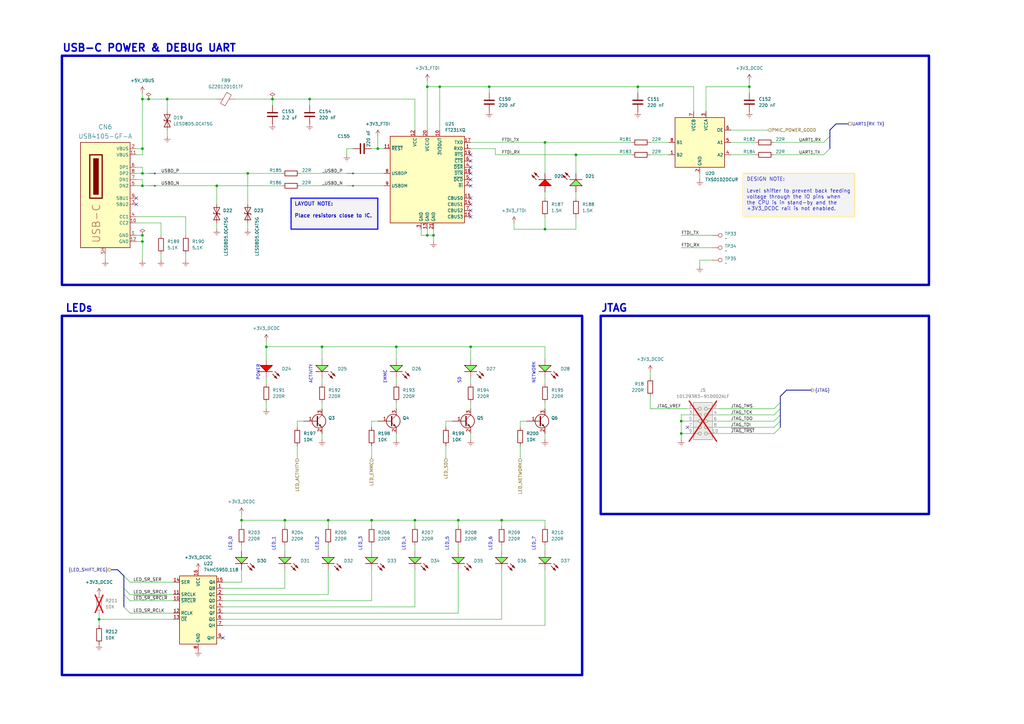
<source format=kicad_sch>
(kicad_sch (version 20250114) (generator "eeschema") (generator_version "9.0")
  (paper "A3")
  (title_block (title "i.MX6 Demo Board") (date "2026-02-16") (rev "01") (company "ts-manuel"))
  (bus_alias "LED_SHIFT_REG" (members "LED_SR_SRCLK" "LED_SR_SER" "~{LED_SR_SRCLR}" "LED_SR_RCLK"))
  (rectangle (start 246.38 129.54) (end 381 210.82) (stroke (width 1)))
  (rectangle (start 25.4 22.86) (end 381 116.84) (stroke (width 1)))
  (rectangle (start 25.4 129.54) (end 238.76 276.86) (stroke (width 1)))
  (text "EMMC" (at 158.75 157.3022 90) (effects (font (size 1.27 1.27)) (justify left bottom)))
  (text "LED_5" (at 184.15 225.8822 90) (effects (font (size 1.27 1.27)) (justify left bottom)))
  (text "LEDs" (at 26.67 128.27 0) (effects (font (size 3.048 3.048) (bold yes)) (justify left bottom)))
  (text "ACTIVITY" (at 128.27 157.3022 90) (effects (font (size 1.27 1.27)) (justify left bottom)))
  (text "NETWORK" (at 219.71 157.3022 90) (effects (font (size 1.27 1.27)) (justify left bottom)))
  (text "LED_2" (at 130.81 225.8822 90) (effects (font (size 1.27 1.27)) (justify left bottom)))
  (text "LED_6" (at 201.93 225.8822 90) (effects (font (size 1.27 1.27)) (justify left bottom)))
  (text "LED_1" (at 113.03 225.8822 90) (effects (font (size 1.27 1.27)) (justify left bottom)))
  (text "SD" (at 189.23 157.3022 90) (effects (font (size 1.27 1.27)) (justify left bottom)))
  (text "POWER" (at 106.68 156.0322 90) (effects (font (size 1.27 1.27)) (justify left bottom)))
  (text "USB-C POWER & DEBUG UART" (at 25.4 21.59 0) (effects (font (size 3.048 3.048) (bold yes)) (justify left bottom)))
  (text "LED_0" (at 95.25 225.8822 90) (effects (font (size 1.27 1.27)) (justify left bottom)))
  (text "LED_4" (at 166.37 225.8822 90) (effects (font (size 1.27 1.27)) (justify left bottom)))
  (text "JTAG" (at 246.38 128.27 0) (effects (font (size 3.048 3.048) (bold yes)) (justify left bottom)))
  (text "LED_3" (at 148.59 225.8822 90) (effects (font (size 1.27 1.27)) (justify left bottom)))
  (text "LED_7" (at 219.71 225.8822 90) (effects (font (size 1.27 1.27)) (justify left bottom)))
  (text_box "LAYOUT NOTE:\n\nPlace resistors close to IC." (at 119.38 81.28 0) (size 35.56 12.7) (margins 1.375 1.375 1.375 1.375) (stroke (width 0.5) (color 0 0 255 1)) (fill (type color) (color 243 243 243 1)) (effects (font (size 1.5 1.5) (thickness 0.254) (bold yes)) (justify left top)))
  (text_box "DESIGN NOTE:\n\nLevel shifter to prevent back feeding voltage through the IO pins when the CPU is in stand-by and the +3V3_DCDC rail is not enabled." (at 304.8 71.12 0) (size 45.72 17.78) (margins 1.375 1.375 1.375 1.375) (stroke (width 0.5) (color 255 229 153 1)) (fill (type color) (color 243 243 243 1)) (effects (font (size 1.5 1.5)) (justify left top)))
  (junction (at 58.42 99.06))
  (junction (at 177.8 96.52))
  (junction (at 58.42 71.12))
  (junction (at 88.9 76.2))
  (junction (at 40.64 254))
  (junction (at 111.76 40.64))
  (junction (at 127 40.64))
  (junction (at 101.6 71.12))
  (junction (at 109.22 142.24))
  (junction (at 223.52 58.42))
  (junction (at 279.4 172.72))
  (junction (at 58.42 40.64))
  (junction (at 116.84 213.36))
  (junction (at 180.34 35.56))
  (junction (at 132.08 142.24))
  (junction (at 307.34 35.56))
  (junction (at 58.42 60.96))
  (junction (at 187.96 213.36))
  (junction (at 152.4 213.36))
  (junction (at 205.74 213.36))
  (junction (at 175.26 96.52))
  (junction (at 60.96 40.64))
  (junction (at 223.52 93.98))
  (junction (at 58.42 96.52))
  (junction (at 68.58 40.64))
  (junction (at 99.06 213.36))
  (junction (at 170.18 213.36))
  (junction (at 200.66 35.56))
  (junction (at 162.56 142.24))
  (junction (at 236.22 63.5))
  (junction (at 279.4 177.8))
  (junction (at 175.26 35.56))
  (junction (at 58.42 76.2))
  (junction (at 261.62 35.56))
  (junction (at 134.62 213.36))
  (junction (at 154.94 60.96))
  (junction (at 193.04 142.24))
  (no_connect (at 193.04 73.66))
  (no_connect (at 281.94 175.26))
  (no_connect (at 193.04 76.2))
  (no_connect (at 193.04 83.82))
  (no_connect (at 55.88 81.28))
  (no_connect (at 193.04 71.12))
  (no_connect (at 91.44 261.62))
  (no_connect (at 193.04 88.9))
  (no_connect (at 193.04 63.5))
  (no_connect (at 193.04 81.28))
  (no_connect (at 193.04 66.04))
  (no_connect (at 193.04 86.36))
  (no_connect (at 55.88 83.82))
  (no_connect (at 193.04 68.58))
  (bus_entry (at 317.5 167.64) (size 2.54 -2.54))
  (bus_entry (at 337.82 63.5) (size 2.54 -2.54))
  (bus_entry (at 317.5 175.26) (size 2.54 -2.54))
  (bus_entry (at 50.8 243.84) (size 2.54 2.54))
  (bus_entry (at 317.5 172.72) (size 2.54 -2.54))
  (bus_entry (at 317.5 170.18) (size 2.54 -2.54))
  (bus_entry (at 50.8 248.92) (size 2.54 2.54))
  (bus_entry (at 317.5 177.8) (size 2.54 -2.54))
  (bus_entry (at 337.82 58.42) (size 2.54 -2.54))
  (bus_entry (at 50.8 236.22) (size 2.54 2.54))
  (bus_entry (at 50.8 241.3) (size 2.54 2.54))
  (wire (pts (xy 170.18 233.68) (xy 170.18 248.92)))
  (wire (pts (xy 292.1 101.6) (xy 279.4 101.6)))
  (bus (pts (xy 50.8 236.22) (xy 50.8 241.3)))
  (bus (pts (xy 320.04 172.72) (xy 320.04 170.18)))
  (wire (pts (xy 68.58 40.64) (xy 68.58 45.72)))
  (wire (pts (xy 162.56 142.24) (xy 193.04 142.24)))
  (wire (pts (xy 223.52 154.94) (xy 223.52 157.48)))
  (wire (pts (xy 68.58 40.64) (xy 88.9 40.64)))
  (wire (pts (xy 172.72 93.98) (xy 172.72 96.52)))
  (wire (pts (xy 121.92 187.96) (xy 121.92 182.88)))
  (wire (pts (xy 55.88 68.58) (xy 58.42 68.58)))
  (wire (pts (xy 55.88 60.96) (xy 58.42 60.96)))
  (wire (pts (xy 152.4 187.96) (xy 152.4 182.88)))
  (wire (pts (xy 187.96 213.36) (xy 187.96 215.9)))
  (wire (pts (xy 53.34 243.84) (xy 71.12 243.84)))
  (wire (pts (xy 187.96 223.52) (xy 187.96 226.06)))
  (wire (pts (xy 154.94 60.96) (xy 157.48 60.96)))
  (wire (pts (xy 170.18 223.52) (xy 170.18 226.06)))
  (wire (pts (xy 55.88 99.06) (xy 58.42 99.06)))
  (wire (pts (xy 55.88 71.12) (xy 58.42 71.12)))
  (wire (pts (xy 99.06 233.68) (xy 99.06 238.76)))
  (wire (pts (xy 317.5 58.42) (xy 337.82 58.42)))
  (wire (pts (xy 193.04 165.1) (xy 193.04 167.64)))
  (wire (pts (xy 58.42 99.06) (xy 58.42 106.68)))
  (wire (pts (xy 134.62 213.36) (xy 152.4 213.36)))
  (wire (pts (xy 40.64 254) (xy 71.12 254)))
  (wire (pts (xy 116.84 213.36) (xy 116.84 215.9)))
  (wire (pts (xy 236.22 88.9) (xy 236.22 93.98)))
  (wire (pts (xy 121.92 172.72) (xy 124.46 172.72)))
  (wire (pts (xy 58.42 76.2) (xy 88.9 76.2)))
  (wire (pts (xy 193.04 60.96) (xy 203.2 60.96)))
  (wire (pts (xy 154.94 55.88) (xy 154.94 60.96)))
  (wire (pts (xy 88.9 76.2) (xy 88.9 83.82)))
  (wire (pts (xy 91.44 238.76) (xy 99.06 238.76)))
  (wire (pts (xy 177.8 93.98) (xy 177.8 96.52)))
  (wire (pts (xy 127 40.64) (xy 170.18 40.64)))
  (wire (pts (xy 236.22 63.5) (xy 236.22 71.12)))
  (wire (pts (xy 127 40.64) (xy 127 43.18)))
  (wire (pts (xy 279.4 172.72) (xy 281.94 172.72)))
  (wire (pts (xy 193.04 142.24) (xy 193.04 147.32)))
  (wire (pts (xy 175.26 93.98) (xy 175.26 96.52)))
  (bus (pts (xy 320.04 175.26) (xy 320.04 172.72)))
  (wire (pts (xy 91.44 246.38) (xy 152.4 246.38)))
  (wire (pts (xy 223.52 58.42) (xy 223.52 71.12)))
  (wire (pts (xy 116.84 223.52) (xy 116.84 226.06)))
  (wire (pts (xy 213.36 172.72) (xy 215.9 172.72)))
  (bus (pts (xy 50.8 236.22) (xy 48.26 233.68)))
  (wire (pts (xy 152.4 172.72) (xy 154.94 172.72)))
  (wire (pts (xy 170.18 213.36) (xy 187.96 213.36)))
  (wire (pts (xy 177.8 96.52) (xy 177.8 99.06)))
  (wire (pts (xy 289.56 35.56) (xy 289.56 45.72)))
  (wire (pts (xy 99.06 210.82) (xy 99.06 213.36)))
  (wire (pts (xy 76.2 106.68) (xy 76.2 104.14)))
  (wire (pts (xy 187.96 233.68) (xy 187.96 251.46)))
  (wire (pts (xy 43.18 106.68) (xy 43.18 104.14)))
  (wire (pts (xy 91.44 241.3) (xy 116.84 241.3)))
  (wire (pts (xy 205.74 213.36) (xy 223.52 213.36)))
  (wire (pts (xy 162.56 142.24) (xy 162.56 147.32)))
  (wire (pts (xy 91.44 248.92) (xy 170.18 248.92)))
  (wire (pts (xy 152.4 213.36) (xy 152.4 215.9)))
  (wire (pts (xy 132.08 142.24) (xy 132.08 147.32)))
  (wire (pts (xy 76.2 88.9) (xy 76.2 96.52)))
  (bus (pts (xy 320.04 170.18) (xy 320.04 167.64)))
  (wire (pts (xy 223.52 213.36) (xy 223.52 215.9)))
  (wire (pts (xy 116.84 213.36) (xy 134.62 213.36)))
  (wire (pts (xy 213.36 172.72) (xy 213.36 175.26)))
  (bus (pts (xy 320.04 165.1) (xy 320.04 162.56)))
  (wire (pts (xy 223.52 165.1) (xy 223.52 167.64)))
  (wire (pts (xy 58.42 40.64) (xy 60.96 40.64)))
  (wire (pts (xy 109.22 165.1) (xy 109.22 167.64)))
  (wire (pts (xy 58.42 40.64) (xy 58.42 60.96)))
  (wire (pts (xy 279.4 170.18) (xy 281.94 170.18)))
  (wire (pts (xy 121.92 172.72) (xy 121.92 175.26)))
  (wire (pts (xy 175.26 35.56) (xy 180.34 35.56)))
  (wire (pts (xy 132.08 165.1) (xy 132.08 167.64)))
  (wire (pts (xy 88.9 93.98) (xy 88.9 91.44)))
  (wire (pts (xy 294.64 177.8) (xy 317.5 177.8)))
  (wire (pts (xy 175.26 35.56) (xy 175.26 53.34)))
  (wire (pts (xy 134.62 213.36) (xy 134.62 215.9)))
  (wire (pts (xy 101.6 71.12) (xy 101.6 83.82)))
  (wire (pts (xy 299.72 53.34) (xy 314.96 53.34)))
  (wire (pts (xy 279.4 172.72) (xy 279.4 177.8)))
  (wire (pts (xy 175.26 96.52) (xy 177.8 96.52)))
  (wire (pts (xy 279.4 177.8) (xy 279.4 180.34)))
  (wire (pts (xy 299.72 58.42) (xy 309.88 58.42)))
  (wire (pts (xy 66.04 91.44) (xy 66.04 96.52)))
  (bus (pts (xy 320.04 167.64) (xy 320.04 165.1)))
  (wire (pts (xy 279.4 170.18) (xy 279.4 172.72)))
  (wire (pts (xy 132.08 142.24) (xy 162.56 142.24)))
  (wire (pts (xy 123.19 71.12) (xy 157.48 71.12)))
  (wire (pts (xy 203.2 63.5) (xy 203.2 60.96)))
  (wire (pts (xy 294.64 167.64) (xy 317.5 167.64)))
  (wire (pts (xy 307.34 33.02) (xy 307.34 35.56)))
  (wire (pts (xy 203.2 63.5) (xy 236.22 63.5)))
  (wire (pts (xy 152.4 223.52) (xy 152.4 226.06)))
  (wire (pts (xy 223.52 81.28) (xy 223.52 78.74)))
  (wire (pts (xy 152.4 60.96) (xy 154.94 60.96)))
  (wire (pts (xy 187.96 213.36) (xy 205.74 213.36)))
  (wire (pts (xy 266.7 162.56) (xy 266.7 167.64)))
  (wire (pts (xy 223.52 142.24) (xy 223.52 147.32)))
  (wire (pts (xy 213.36 187.96) (xy 213.36 182.88)))
  (wire (pts (xy 55.88 73.66) (xy 58.42 73.66)))
  (wire (pts (xy 223.52 93.98) (xy 236.22 93.98)))
  (wire (pts (xy 142.24 60.96) (xy 144.78 60.96)))
  (wire (pts (xy 132.08 154.94) (xy 132.08 157.48)))
  (bus (pts (xy 50.8 243.84) (xy 50.8 248.92)))
  (bus (pts (xy 320.04 162.56) (xy 322.58 160.02)))
  (wire (pts (xy 66.04 106.68) (xy 66.04 104.14)))
  (wire (pts (xy 40.64 251.46) (xy 40.64 254)))
  (wire (pts (xy 40.64 254) (xy 40.64 256.54)))
  (wire (pts (xy 134.62 223.52) (xy 134.62 226.06)))
  (wire (pts (xy 58.42 96.52) (xy 58.42 99.06)))
  (wire (pts (xy 223.52 58.42) (xy 259.08 58.42)))
  (wire (pts (xy 200.66 35.56) (xy 261.62 35.56)))
  (wire (pts (xy 170.18 213.36) (xy 170.18 215.9)))
  (wire (pts (xy 236.22 63.5) (xy 259.08 63.5)))
  (wire (pts (xy 266.7 63.5) (xy 274.32 63.5)))
  (wire (pts (xy 152.4 213.36) (xy 170.18 213.36)))
  (wire (pts (xy 205.74 223.52) (xy 205.74 226.06)))
  (wire (pts (xy 223.52 223.52) (xy 223.52 226.06)))
  (wire (pts (xy 109.22 142.24) (xy 109.22 147.32)))
  (wire (pts (xy 182.88 187.96) (xy 182.88 182.88)))
  (wire (pts (xy 180.34 35.56) (xy 180.34 53.34)))
  (wire (pts (xy 58.42 68.58) (xy 58.42 71.12)))
  (wire (pts (xy 116.84 233.68) (xy 116.84 241.3)))
  (wire (pts (xy 58.42 38.1) (xy 58.42 40.64)))
  (wire (pts (xy 307.34 35.56) (xy 307.34 38.1)))
  (wire (pts (xy 292.1 96.52) (xy 279.4 96.52)))
  (wire (pts (xy 180.34 35.56) (xy 200.66 35.56)))
  (wire (pts (xy 55.88 96.52) (xy 58.42 96.52)))
  (wire (pts (xy 223.52 233.68) (xy 223.52 256.54)))
  (wire (pts (xy 134.62 233.68) (xy 134.62 243.84)))
  (wire (pts (xy 109.22 139.7) (xy 109.22 142.24)))
  (wire (pts (xy 53.34 251.46) (xy 71.12 251.46)))
  (wire (pts (xy 289.56 35.56) (xy 307.34 35.56)))
  (wire (pts (xy 170.18 40.64) (xy 170.18 53.34)))
  (wire (pts (xy 279.4 177.8) (xy 281.94 177.8)))
  (wire (pts (xy 58.42 73.66) (xy 58.42 76.2)))
  (wire (pts (xy 111.76 40.64) (xy 127 40.64)))
  (wire (pts (xy 294.64 172.72) (xy 317.5 172.72)))
  (wire (pts (xy 109.22 154.94) (xy 109.22 157.48)))
  (bus (pts (xy 340.36 53.34) (xy 340.36 55.88)))
  (wire (pts (xy 162.56 165.1) (xy 162.56 167.64)))
  (wire (pts (xy 132.08 177.8) (xy 132.08 180.34)))
  (bus (pts (xy 342.9 50.8) (xy 340.36 53.34)))
  (wire (pts (xy 101.6 71.12) (xy 115.57 71.12)))
  (wire (pts (xy 294.64 175.26) (xy 317.5 175.26)))
  (wire (pts (xy 60.96 40.64) (xy 68.58 40.64)))
  (wire (pts (xy 88.9 76.2) (xy 115.57 76.2)))
  (wire (pts (xy 53.34 246.38) (xy 71.12 246.38)))
  (wire (pts (xy 162.56 154.94) (xy 162.56 157.48)))
  (wire (pts (xy 162.56 177.8) (xy 162.56 180.34)))
  (wire (pts (xy 287.02 71.12) (xy 287.02 73.66)))
  (wire (pts (xy 58.42 71.12) (xy 101.6 71.12)))
  (wire (pts (xy 223.52 177.8) (xy 223.52 180.34)))
  (wire (pts (xy 175.26 33.02) (xy 175.26 35.56)))
  (wire (pts (xy 193.04 58.42) (xy 223.52 58.42)))
  (wire (pts (xy 68.58 53.34) (xy 68.58 55.88)))
  (wire (pts (xy 99.06 213.36) (xy 116.84 213.36)))
  (wire (pts (xy 266.7 58.42) (xy 274.32 58.42)))
  (wire (pts (xy 53.34 238.76) (xy 71.12 238.76)))
  (wire (pts (xy 142.24 60.96) (xy 142.24 63.5)))
  (wire (pts (xy 96.52 40.64) (xy 111.76 40.64)))
  (wire (pts (xy 205.74 213.36) (xy 205.74 215.9)))
  (bus (pts (xy 322.58 160.02) (xy 332.74 160.02)))
  (wire (pts (xy 123.19 76.2) (xy 157.48 76.2)))
  (wire (pts (xy 193.04 142.24) (xy 223.52 142.24)))
  (wire (pts (xy 101.6 93.98) (xy 101.6 91.44)))
  (wire (pts (xy 91.44 254) (xy 205.74 254)))
  (wire (pts (xy 182.88 172.72) (xy 182.88 175.26)))
  (wire (pts (xy 210.82 91.44) (xy 210.82 93.98)))
  (wire (pts (xy 99.06 213.36) (xy 99.06 215.9)))
  (wire (pts (xy 193.04 154.94) (xy 193.04 157.48)))
  (wire (pts (xy 287.02 106.68) (xy 287.02 109.22)))
  (wire (pts (xy 152.4 172.72) (xy 152.4 175.26)))
  (wire (pts (xy 152.4 233.68) (xy 152.4 246.38)))
  (bus (pts (xy 45.72 233.68) (xy 48.26 233.68)))
  (wire (pts (xy 284.48 35.56) (xy 284.48 45.72)))
  (wire (pts (xy 200.66 35.56) (xy 200.66 38.1)))
  (wire (pts (xy 55.88 63.5) (xy 58.42 63.5)))
  (wire (pts (xy 261.62 35.56) (xy 261.62 38.1)))
  (wire (pts (xy 172.72 96.52) (xy 175.26 96.52)))
  (wire (pts (xy 91.44 256.54) (xy 223.52 256.54)))
  (wire (pts (xy 99.06 223.52) (xy 99.06 226.06)))
  (wire (pts (xy 55.88 88.9) (xy 76.2 88.9)))
  (bus (pts (xy 50.8 241.3) (xy 50.8 243.84)))
  (wire (pts (xy 266.7 167.64) (xy 281.94 167.64)))
  (wire (pts (xy 55.88 91.44) (xy 66.04 91.44)))
  (wire (pts (xy 205.74 233.68) (xy 205.74 254)))
  (wire (pts (xy 55.88 76.2) (xy 58.42 76.2)))
  (wire (pts (xy 261.62 35.56) (xy 284.48 35.56)))
  (wire (pts (xy 266.7 152.4) (xy 266.7 154.94)))
  (wire (pts (xy 109.22 142.24) (xy 132.08 142.24)))
  (wire (pts (xy 317.5 63.5) (xy 337.82 63.5)))
  (wire (pts (xy 182.88 172.72) (xy 185.42 172.72)))
  (wire (pts (xy 287.02 106.68) (xy 292.1 106.68)))
  (wire (pts (xy 111.76 40.64) (xy 111.76 43.18)))
  (bus (pts (xy 342.9 50.8) (xy 347.98 50.8)))
  (wire (pts (xy 294.64 170.18) (xy 317.5 170.18)))
  (wire (pts (xy 193.04 177.8) (xy 193.04 180.34)))
  (wire (pts (xy 58.42 60.96) (xy 58.42 63.5)))
  (wire (pts (xy 299.72 63.5) (xy 309.88 63.5)))
  (wire (pts (xy 91.44 243.84) (xy 134.62 243.84)))
  (wire (pts (xy 91.44 251.46) (xy 187.96 251.46)))
  (wire (pts (xy 236.22 81.28) (xy 236.22 78.74)))
  (wire (pts (xy 210.82 93.98) (xy 223.52 93.98)))
  (bus (pts (xy 340.36 55.88) (xy 340.36 60.96)))
  (wire (pts (xy 223.52 88.9) (xy 223.52 93.98)))
  (label "LED_SR_SRCLK" (at 54.61 243.84 0))
  (label "_USBD_N" (at 132.08 76.2 0))
  (label "USBD_N" (at 66.04 76.2 0))
  (label "UART1.TX" (at 327.66 63.5 0))
  (label "JTAG_TCK" (at 299.72 170.18 0))
  (label "~{JTAG_TRST}" (at 299.72 177.8 0))
  (label "FTDI_RX" (at 279.4 101.6 0))
  (label "LED_SR_SER" (at 54.61 238.76 0))
  (label "FTDI_RX" (at 205.74 63.5 0))
  (label "UART1.RX" (at 327.66 58.42 0))
  (label "~{LED_SR_SRCLR}" (at 54.61 246.38 0))
  (label "LED_SR_RCLK" (at 54.61 251.46 0))
  (label "FTDI_TX" (at 279.4 96.52 0))
  (label "JTAG_VREF" (at 279.4 167.64 180))
  (label "FTDI_TX" (at 205.74 58.42 0))
  (label "_USBD_P" (at 132.08 71.12 0))
  (label "JTAG_TDI" (at 299.72 175.26 0))
  (label "JTAG_TMS" (at 299.72 167.64 0))
  (label "USBD_P" (at 66.04 71.12 0))
  (label "JTAG_TDO" (at 299.72 172.72 0))
  (hierarchical_label "PMIC_POWER_GOOD" (shape input) (at 314.96 53.34 0))
  (hierarchical_label "LED_ACTIVITY" (shape input) (at 121.92 187.96 270))
  (hierarchical_label "{LED_SHIFT_REG}" (shape input) (at 45.72 233.68 180))
  (hierarchical_label "LED_EMMC" (shape input) (at 152.4 187.96 270))
  (hierarchical_label "LED_SD" (shape input) (at 182.88 187.96 270))
  (hierarchical_label "UART1{RX TX}" (shape passive) (at 347.98 50.8 0))
  (hierarchical_label "LED_NETWORK" (shape input) (at 213.36 187.96 270))
  (hierarchical_label "{JTAG}" (shape output) (at 332.74 160.02 0))
  (netclass_flag "" (length 2.54) (shape dot) (at 60.96 76.2 270) (property "Netclass" "USB" (effects (hide yes))))
  (netclass_flag "" (length 2.54) (shape dot) (at 142.24 76.2 270) (property "Netclass" "USB" (effects (hide yes))))
  (netclass_flag "" (length 2.54) (shape dot) (at 142.24 71.12 270) (property "Netclass" "USB" (effects (hide yes))))
  (netclass_flag "" (length 2.54) (shape dot) (at 60.96 71.12 270) (property "Netclass" "USB" (effects (hide yes))))
  (symbol (lib_id "power:GNDREF") (at 43.18 106.68 0) (unit 1)
    (property "Reference" "#PWR0283" (effects (hide yes)))
    (property "Value" "GNDREF" (effects (hide yes)))
    (property "Description" "Power symbol creates a global label with name \"GNDREF\" , reference supply ground" (effects (hide yes)))
  )
  (symbol (lib_id "-- database:Diodes/LED_150060VS75000") (at 223.52 149.86 270) (unit 1)
    (property "Reference" "D28" (at 229.87 151.2569 90) (effects (justify left)))
    (property "Value" "150060VS75000" (effects (hide yes)))
    (property "Footprint" "LED_SMD:LED_0603_1608Metric" (effects (hide yes)))
    (property "Description" "LED SMD 0603 - Green 2V 20mA" (effects (hide yes)))
    (property "Forward Voltage" "2 V" (effects (hide yes)))
    (property "Reverse Voltage" "5 V" (effects (hide yes)))
    (property "DC Current" "20 mA" (effects (hide yes)))
    (property "Manufacturer" "Wurth" (effects (hide yes)))
    (property "MPN" "150060VS75000" (effects (hide yes)))
    (property "Mouser" "710-150060VS75000" (effects (hide yes)))
    (property "LCSC" "C965805" (effects (hide yes)))
    (property "Stock" "6" (effects (hide yes)))
  )
  (symbol (lib_id "-- database:Resistors/RES-SMD-0402-22R-1/16W-1%") (at 119.38 76.2 90) (unit 1)
    (property "Reference" "R186" (at 113.03 74.93 90))
    (property "Value" "22R" (at 125.73 74.93 90))
    (property "Footprint" "ts_Passives:RES-0402" (effects (hide yes)))
    (property "Description" "Thick Film Resistor - SMD 0402 22R 1% 1/16W" (effects (hide yes)))
    (property "Tollerance" "1%" (effects (hide yes)))
    (property "Power" "1/16W" (effects (hide yes)))
    (property "Manufacturer" "Generic" (effects (hide yes)))
    (property "Mouser" "603-RC0402FR-0722RL" (effects (hide yes)))
    (property "LCSC" "C25092" (effects (hide yes)))
    (property "Stock" "0" (effects (hide yes)))
  )
  (symbol (lib_id "-- database:Resistors/RES-SMD-0402-220R-1/16W-1%") (at 205.74 219.71 0) (unit 1)
    (property "Reference" "R209" (at 208.28 218.4399 0) (effects (justify left)))
    (property "Value" "220R" (at 208.28 220.9799 0) (effects (justify left)))
    (property "Footprint" "ts_Passives:RES-0402" (effects (hide yes)))
    (property "Description" "Thick Film Resistor - SMD 0402 220R 1% 1/16W" (effects (hide yes)))
    (property "Tollerance" "1%" (effects (hide yes)))
    (property "Power" "1/16W" (effects (hide yes)))
    (property "Manufacturer" "Generic" (effects (hide yes)))
    (property "Mouser" "303-0402WGF2200TCE" (effects (hide yes)))
    (property "LCSC" "C25091" (effects (hide yes)))
    (property "Stock" "0" (effects (hide yes)))
  )
  (symbol (lib_id "power:GNDREF") (at 127 50.8 0) (unit 1)
    (property "Reference" "#PWR0274" (effects (hide yes)))
    (property "Value" "GNDREF" (effects (hide yes)))
    (property "Description" "Power symbol creates a global label with name \"GNDREF\" , reference supply ground" (effects (hide yes)))
  )
  (symbol (lib_id "power:GNDREF") (at 81.28 266.7 0) (unit 1)
    (property "Reference" "#PWR0303" (effects (hide yes)))
    (property "Value" "GNDREF" (effects (hide yes)))
    (property "Description" "Power symbol creates a global label with name \"GNDREF\" , reference supply ground" (effects (hide yes)))
  )
  (symbol (lib_id "power:+9VA") (at 266.7 152.4 0) (mirror y) (unit 1)
    (property "Reference" "#PWR080" (effects (hide yes)))
    (property "Value" "+3V3_DCDC" (at 266.7 147.32 0))
    (property "Description" "Power symbol creates a global label with name \"+9VA\"" (effects (hide yes)))
  )
  (symbol (lib_id "-- database:Diodes/LED_150060VS75000") (at 170.18 228.6 270) (unit 1)
    (property "Reference" "D34" (at 176.53 229.9969 90) (effects (justify left)))
    (property "Value" "150060VS75000" (effects (hide yes)))
    (property "Footprint" "LED_SMD:LED_0603_1608Metric" (effects (hide yes)))
    (property "Description" "LED SMD 0603 - Green 2V 20mA" (effects (hide yes)))
    (property "Forward Voltage" "2 V" (effects (hide yes)))
    (property "Reverse Voltage" "5 V" (effects (hide yes)))
    (property "DC Current" "20 mA" (effects (hide yes)))
    (property "Manufacturer" "Wurth" (effects (hide yes)))
    (property "MPN" "150060VS75000" (effects (hide yes)))
    (property "Mouser" "710-150060VS75000" (effects (hide yes)))
    (property "LCSC" "C965805" (effects (hide yes)))
    (property "Stock" "6" (effects (hide yes)))
  )
  (symbol (lib_id "-- database:Transistors/NPN_SMMBT3904LT1G") (at 129.54 172.72 0) (unit 1)
    (property "Reference" "Q3" (at 134.62 171.4499 0) (effects (justify left)))
    (property "Value" "SMMBT3904LT1G" (effects (hide yes)))
    (property "Footprint" "ts_Integrated:SOT-23" (effects (hide yes)))
    (property "Description" "NPN SOT23 - Small Signal NPN Transistor 40V 200mA" (effects (hide yes)))
    (property "Manufacturer" "ON Semi" (effects (hide yes)))
    (property "MPN" "SMMBT3904LT1G" (effects (hide yes)))
    (property "Mouser" "863-SMMBT3904LT1G" (effects (hide yes)))
    (property "LCSC" "C49580" (effects (hide yes)))
    (property "Stock" "6" (effects (hide yes)))
  )
  (symbol (lib_id "-- database:Capacitors/CAP_0402-220n-16V-X7R-10%") (at 307.34 41.91 0) (unit 1)
    (property "Reference" "C152" (at 311.15 40.6399 0) (effects (justify left)))
    (property "Value" "220 nF" (at 311.15 43.1799 0) (effects (justify left)))
    (property "Footprint" "ts_Passives:CAP-0402" (effects (hide yes)))
    (property "Description" "MLCC - SMD 0402 220nF 16V X7R 10%" (effects (hide yes)))
    (property "Voltage" "16 V" (effects (hide yes)))
    (property "Dielectric" "X7R" (effects (hide yes)))
    (property "Tollerance" "10 %" (effects (hide yes)))
    (property "Manufacturer" "Generic" (effects (hide yes)))
    (property "LCSC" "C192432" (effects (hide yes)))
  )
  (symbol (lib_id "-- database:Capacitors/CAP_0402-220n-16V-X7R-10%") (at 200.66 41.91 0) (unit 1)
    (property "Reference" "C150" (at 204.47 40.6399 0) (effects (justify left)))
    (property "Value" "220 nF" (at 204.47 43.1799 0) (effects (justify left)))
    (property "Footprint" "ts_Passives:CAP-0402" (effects (hide yes)))
    (property "Description" "MLCC - SMD 0402 220nF 16V X7R 10%" (effects (hide yes)))
    (property "Voltage" "16 V" (effects (hide yes)))
    (property "Dielectric" "X7R" (effects (hide yes)))
    (property "Tollerance" "10 %" (effects (hide yes)))
    (property "Manufacturer" "Generic" (effects (hide yes)))
    (property "LCSC" "C192432" (effects (hide yes)))
  )
  (symbol (lib_id "-- database:Resistors/RES-SMD-0402-22R-1/16W-1%") (at 262.89 58.42 90) (unit 1)
    (property "Reference" "R181" (at 256.54 57.15 90))
    (property "Value" "22R" (at 269.24 57.15 90))
    (property "Footprint" "ts_Passives:RES-0402" (effects (hide yes)))
    (property "Description" "Thick Film Resistor - SMD 0402 22R 1% 1/16W" (effects (hide yes)))
    (property "Tollerance" "1%" (effects (hide yes)))
    (property "Power" "1/16W" (effects (hide yes)))
    (property "Manufacturer" "Generic" (effects (hide yes)))
    (property "Mouser" "603-RC0402FR-0722RL" (effects (hide yes)))
    (property "LCSC" "C25092" (effects (hide yes)))
    (property "Stock" "0" (effects (hide yes)))
  )
  (symbol (lib_id "power:GNDREF") (at 66.04 106.68 0) (unit 1)
    (property "Reference" "#PWR0285" (effects (hide yes)))
    (property "Value" "GNDREF" (effects (hide yes)))
    (property "Description" "Power symbol creates a global label with name \"GNDREF\" , reference supply ground" (effects (hide yes)))
  )
  (symbol (lib_id "power:GNDREF") (at 307.34 45.72 0) (unit 1)
    (property "Reference" "#PWR0272" (effects (hide yes)))
    (property "Value" "GNDREF" (effects (hide yes)))
    (property "Description" "Power symbol creates a global label with name \"GNDREF\" , reference supply ground" (effects (hide yes)))
  )
  (symbol (lib_id "power:+9VA") (at 109.22 139.7 0) (unit 1)
    (property "Reference" "#PWR0288" (effects (hide yes)))
    (property "Value" "+3V3_DCDC" (at 109.22 134.62 0))
    (property "Description" "Power symbol creates a global label with name \"+9VA\"" (effects (hide yes)))
  )
  (symbol (lib_id "-- database:Resistors/RES-SMD-0402-22R-1/16W-1%") (at 119.38 71.12 90) (unit 1)
    (property "Reference" "R185" (at 113.03 69.85 90))
    (property "Value" "22R" (at 125.73 69.85 90))
    (property "Footprint" "ts_Passives:RES-0402" (effects (hide yes)))
    (property "Description" "Thick Film Resistor - SMD 0402 22R 1% 1/16W" (effects (hide yes)))
    (property "Tollerance" "1%" (effects (hide yes)))
    (property "Power" "1/16W" (effects (hide yes)))
    (property "Manufacturer" "Generic" (effects (hide yes)))
    (property "Mouser" "603-RC0402FR-0722RL" (effects (hide yes)))
    (property "LCSC" "C25092" (effects (hide yes)))
    (property "Stock" "0" (effects (hide yes)))
  )
  (symbol (lib_id "-- database:Diodes/LED_150060VS75000") (at 236.22 76.2 90) (unit 1)
    (property "Reference" "D21" (at 240.03 72.2629 90) (effects (justify right)))
    (property "Value" "150060VS75000" (effects (hide yes)))
    (property "Footprint" "LED_SMD:LED_0603_1608Metric" (effects (hide yes)))
    (property "Description" "LED SMD 0603 - Green 2V 20mA" (effects (hide yes)))
    (property "Forward Voltage" "2 V" (effects (hide yes)))
    (property "Reverse Voltage" "5 V" (effects (hide yes)))
    (property "DC Current" "20 mA" (effects (hide yes)))
    (property "Manufacturer" "Wurth" (effects (hide yes)))
    (property "MPN" "150060VS75000" (effects (hide yes)))
    (property "Mouser" "710-150060VS75000" (effects (hide yes)))
    (property "LCSC" "C965805" (effects (hide yes)))
    (property "Stock" "6" (effects (hide yes)))
  )
  (symbol (lib_id "-- database:Resistors/RES-SMD-0402-220R-1/16W-1%") (at 116.84 219.71 0) (unit 1)
    (property "Reference" "R204" (at 119.38 218.4399 0) (effects (justify left)))
    (property "Value" "220R" (at 119.38 220.9799 0) (effects (justify left)))
    (property "Footprint" "ts_Passives:RES-0402" (effects (hide yes)))
    (property "Description" "Thick Film Resistor - SMD 0402 220R 1% 1/16W" (effects (hide yes)))
    (property "Tollerance" "1%" (effects (hide yes)))
    (property "Power" "1/16W" (effects (hide yes)))
    (property "Manufacturer" "Generic" (effects (hide yes)))
    (property "Mouser" "303-0402WGF2200TCE" (effects (hide yes)))
    (property "LCSC" "C25091" (effects (hide yes)))
    (property "Stock" "0" (effects (hide yes)))
  )
  (symbol (lib_id "-- database:Resistors/RES-SMD-0402-10K-1/16W-1%") (at 182.88 179.07 0) (unit 1)
    (property "Reference" "R199" (at 185.42 177.7999 0) (effects (justify left)))
    (property "Value" "10K" (at 185.42 180.3399 0) (effects (justify left)))
    (property "Footprint" "ts_Passives:RES-0402" (effects (hide yes)))
    (property "Description" "Thick Film Resistor - SMD 0402 10K 1% 1/16W" (effects (hide yes)))
    (property "Tollerance" "1%" (effects (hide yes)))
    (property "Power" "1/16W" (effects (hide yes)))
    (property "Manufacturer" "Generic" (effects (hide yes)))
    (property "Mouser" "303-0402WGF1002TCE" (effects (hide yes)))
    (property "LCSC" "C25744" (effects (hide yes)))
    (property "Stock" "0" (effects (hide yes)))
  )
  (symbol (lib_id "-- database:Resistors/RES-SMD-0402-220R-1/16W-1%") (at 193.04 161.29 0) (unit 1)
    (property "Reference" "R194" (at 195.58 160.0199 0) (effects (justify left)))
    (property "Value" "220R" (at 195.58 162.5599 0) (effects (justify left)))
    (property "Footprint" "ts_Passives:RES-0402" (effects (hide yes)))
    (property "Description" "Thick Film Resistor - SMD 0402 220R 1% 1/16W" (effects (hide yes)))
    (property "Tollerance" "1%" (effects (hide yes)))
    (property "Power" "1/16W" (effects (hide yes)))
    (property "Manufacturer" "Generic" (effects (hide yes)))
    (property "Mouser" "303-0402WGF2200TCE" (effects (hide yes)))
    (property "LCSC" "C25091" (effects (hide yes)))
    (property "Stock" "0" (effects (hide yes)))
  )
  (symbol (lib_id "-- database:Generic/FB_GZ2012D101TF") (at 92.71 40.64 90) (unit 1)
    (property "Reference" "FB9" (at 92.6592 33.02 90))
    (property "Value" "GZ2012D101TF" (at 92.6592 35.56 90))
    (property "Footprint" "ts_Passives:FB-0805" (effects (hide yes)))
    (property "Description" "Multilayer Chip Ferrite Bead SMD 0805 100Ohm @100MHz 500mA 150mOhm 25%" (effects (hide yes)))
    (property "Manufacturer" "Sunlord" (effects (hide yes)))
    (property "MPN" "GZ2012D101TF" (effects (hide yes)))
    (property "LCSC" "C1015" (effects (hide yes)))
  )
  (symbol (lib_id "-- database:Diodes/LED_150060VS75000") (at 132.08 149.86 270) (unit 1)
    (property "Reference" "D25" (at 138.43 151.2569 90) (effects (justify left)))
    (property "Value" "150060VS75000" (effects (hide yes)))
    (property "Footprint" "LED_SMD:LED_0603_1608Metric" (effects (hide yes)))
    (property "Description" "LED SMD 0603 - Green 2V 20mA" (effects (hide yes)))
    (property "Forward Voltage" "2 V" (effects (hide yes)))
    (property "Reverse Voltage" "5 V" (effects (hide yes)))
    (property "DC Current" "20 mA" (effects (hide yes)))
    (property "Manufacturer" "Wurth" (effects (hide yes)))
    (property "MPN" "150060VS75000" (effects (hide yes)))
    (property "Mouser" "710-150060VS75000" (effects (hide yes)))
    (property "LCSC" "C965805" (effects (hide yes)))
    (property "Stock" "6" (effects (hide yes)))
  )
  (symbol (lib_id "-- database:Resistors/RES-SMD-0402-220R-1/16W-1%") (at 109.22 161.29 0) (unit 1)
    (property "Reference" "R191" (at 111.76 160.0199 0) (effects (justify left)))
    (property "Value" "220R" (at 111.76 162.5599 0) (effects (justify left)))
    (property "Footprint" "ts_Passives:RES-0402" (effects (hide yes)))
    (property "Description" "Thick Film Resistor - SMD 0402 220R 1% 1/16W" (effects (hide yes)))
    (property "Tollerance" "1%" (effects (hide yes)))
    (property "Power" "1/16W" (effects (hide yes)))
    (property "Manufacturer" "Generic" (effects (hide yes)))
    (property "Mouser" "303-0402WGF2200TCE" (effects (hide yes)))
    (property "LCSC" "C25091" (effects (hide yes)))
    (property "Stock" "0" (effects (hide yes)))
  )
  (symbol (lib_id "-- database:Diodes/LED_150060VS75000") (at 187.96 228.6 270) (unit 1)
    (property "Reference" "D35" (at 194.31 229.9969 90) (effects (justify left)))
    (property "Value" "150060VS75000" (effects (hide yes)))
    (property "Footprint" "LED_SMD:LED_0603_1608Metric" (effects (hide yes)))
    (property "Description" "LED SMD 0603 - Green 2V 20mA" (effects (hide yes)))
    (property "Forward Voltage" "2 V" (effects (hide yes)))
    (property "Reverse Voltage" "5 V" (effects (hide yes)))
    (property "DC Current" "20 mA" (effects (hide yes)))
    (property "Manufacturer" "Wurth" (effects (hide yes)))
    (property "MPN" "150060VS75000" (effects (hide yes)))
    (property "Mouser" "710-150060VS75000" (effects (hide yes)))
    (property "LCSC" "C965805" (effects (hide yes)))
    (property "Stock" "6" (effects (hide yes)))
  )
  (symbol (lib_id "power:+9VA") (at 81.28 233.68 0) (unit 1)
    (property "Reference" "#PWR0300" (effects (hide yes)))
    (property "Value" "+3V3_DCDC" (at 81.28 228.6 0))
    (property "Description" "Power symbol creates a global label with name \"+9VA\"" (effects (hide yes)))
  )
  (symbol (lib_id "power:PWR_FLAG") (at 111.76 40.64 0) (unit 1)
    (property "Reference" "#FLG05" (effects (hide yes)))
    (property "Value" "PWR_FLAG" (effects (hide yes)))
    (property "Description" "Special symbol for telling ERC where power comes from" (effects (hide yes)))
  )
  (symbol (lib_id "-- database:Mechanical/CN_USB-C-USB4105-GF-A") (at 33.02 58.42 0) (unit 1)
    (property "Reference" "CN6" (at 43.18 52.07 0) (effects (font (size 1.8288 1.8288))))
    (property "Value" "USB4105-GF-A" (at 43.18 55.88 0) (effects (font (size 1.8288 1.8288))))
    (property "Footprint" "ts_Mechanical:USB-TYPE-C-12P" (effects (hide yes)))
    (property "Description" "Connector SMD - USB Type C for USB 2.0" (effects (hide yes)))
    (property "Manufacturer" "GCT" (effects (hide yes)))
    (property "MPN" "USB4105-GF-A" (effects (hide yes)))
    (property "Stock" "0" (effects (hide yes)))
    (property "LCSC" "C2765186" (effects (hide yes)))
  )
  (symbol (lib_id "-- database:Resistors/RES-SMD-0402-5K1-1/16W-1%") (at 66.04 100.33 0) (unit 1)
    (property "Reference" "R189" (at 68.58 99.0599 0) (effects (justify left)))
    (property "Value" "5.1K" (at 68.58 101.5999 0) (effects (justify left)))
    (property "Footprint" "ts_Passives:RES-0402" (effects (hide yes)))
    (property "Description" "Thick Film Resistor - SMD 0402 5.1K 1% 1/16W" (effects (hide yes)))
    (property "Tollerance" "1%" (effects (hide yes)))
    (property "Power" "1/16W" (effects (hide yes)))
    (property "Manufacturer" "Generic" (effects (hide yes)))
    (property "Mouser" "603-RC0402FR-075K1L" (effects (hide yes)))
    (property "LCSC" "C25905" (effects (hide yes)))
    (property "Stock" "0" (effects (hide yes)))
  )
  (symbol (lib_id "-- database:Diodes/LED_150060VS75000") (at 205.74 228.6 270) (unit 1)
    (property "Reference" "D36" (at 212.09 229.9969 90) (effects (justify left)))
    (property "Value" "150060VS75000" (effects (hide yes)))
    (property "Footprint" "LED_SMD:LED_0603_1608Metric" (effects (hide yes)))
    (property "Description" "LED SMD 0603 - Green 2V 20mA" (effects (hide yes)))
    (property "Forward Voltage" "2 V" (effects (hide yes)))
    (property "Reverse Voltage" "5 V" (effects (hide yes)))
    (property "DC Current" "20 mA" (effects (hide yes)))
    (property "Manufacturer" "Wurth" (effects (hide yes)))
    (property "MPN" "150060VS75000" (effects (hide yes)))
    (property "Mouser" "710-150060VS75000" (effects (hide yes)))
    (property "LCSC" "C965805" (effects (hide yes)))
    (property "Stock" "6" (effects (hide yes)))
  )
  (symbol (lib_id "power:GNDREF") (at 142.24 63.5 0) (unit 1)
    (property "Reference" "#PWR0277" (effects (hide yes)))
    (property "Value" "GNDREF" (effects (hide yes)))
    (property "Description" "Power symbol creates a global label with name \"GNDREF\" , reference supply ground" (effects (hide yes)))
  )
  (symbol (lib_id "-- database:Transistors/NPN_SMMBT3904LT1G") (at 190.5 172.72 0) (unit 1)
    (property "Reference" "Q5" (at 195.58 171.4499 0) (effects (justify left)))
    (property "Value" "SMMBT3904LT1G" (effects (hide yes)))
    (property "Footprint" "ts_Integrated:SOT-23" (effects (hide yes)))
    (property "Description" "NPN SOT23 - Small Signal NPN Transistor 40V 200mA" (effects (hide yes)))
    (property "Manufacturer" "ON Semi" (effects (hide yes)))
    (property "MPN" "SMMBT3904LT1G" (effects (hide yes)))
    (property "Mouser" "863-SMMBT3904LT1G" (effects (hide yes)))
    (property "LCSC" "C49580" (effects (hide yes)))
    (property "Stock" "6" (effects (hide yes)))
  )
  (symbol (lib_id "-- database:Resistors/RES-SMD-0402-10K-1/16W-1%") (at 40.64 260.35 0) (unit 1)
    (property "Reference" "R212" (at 43.18 259.0799 0) (effects (justify left)))
    (property "Value" "10K" (at 43.18 261.6199 0) (effects (justify left)))
    (property "Footprint" "ts_Passives:RES-0402" (effects (hide yes)))
    (property "Description" "Thick Film Resistor - SMD 0402 10K 1% 1/16W" (effects (hide yes)))
    (property "Tollerance" "1%" (effects (hide yes)))
    (property "Power" "1/16W" (effects (hide yes)))
    (property "Manufacturer" "Generic" (effects (hide yes)))
    (property "Mouser" "303-0402WGF1002TCE" (effects (hide yes)))
    (property "LCSC" "C25744" (effects (hide yes)))
    (property "Stock" "0" (effects (hide yes)))
  )
  (symbol (lib_id "-- database:Resistors/RES-SMD-0402-10K-1/16W-1%") (at 121.92 179.07 0) (unit 1)
    (property "Reference" "R197" (at 124.46 177.7999 0) (effects (justify left)))
    (property "Value" "10K" (at 124.46 180.3399 0) (effects (justify left)))
    (property "Footprint" "ts_Passives:RES-0402" (effects (hide yes)))
    (property "Description" "Thick Film Resistor - SMD 0402 10K 1% 1/16W" (effects (hide yes)))
    (property "Tollerance" "1%" (effects (hide yes)))
    (property "Power" "1/16W" (effects (hide yes)))
    (property "Manufacturer" "Generic" (effects (hide yes)))
    (property "Mouser" "303-0402WGF1002TCE" (effects (hide yes)))
    (property "LCSC" "C25744" (effects (hide yes)))
    (property "Stock" "0" (effects (hide yes)))
  )
  (symbol (lib_id "-- database:Mechanical/CN_SMD-2x5-P1.27mm") (at 284.48 154.94 0) (unit 1) (dnp yes)
    (property "Reference" "J5" (at 288.29 160.02 0))
    (property "Value" "10129383-910002ALF" (at 288.29 162.56 0))
    (property "Footprint" "ts_Mechanical:CN-SMD-2x5P-1.27MM" (effects (hide yes)))
    (property "Description" "Header SMD 2x5P - Veritcal 1.27 mm Pitch" (effects (hide yes)))
    (property "Manufacturer" "Amphenol" (effects (hide yes)))
    (property "MPN" "10129383-910002ALF" (effects (hide yes)))
    (property "Stock" "2" (effects (hide yes)))
  )
  (symbol (lib_id "-- database:Diodes/TVS_LESD8D5.0CAT5G") (at 88.9 87.63 90) (unit 1)
    (property "Reference" "D22" (at 91.44 86.3599 90) (effects (justify right)))
    (property "Value" "LESD8D5.0CAT5G" (at 92.71 88.9 0) (effects (justify right)))
    (property "Footprint" "ts_Passives:D_SOD-882" (effects (hide yes)))
    (property "Description" "TVS SMD SOD882 - Bidirectional TVS Single Channel 5V 500nA 15pF" (effects (hide yes)))
    (property "Forward Voltage" "5 V" (effects (hide yes)))
    (property "Reverse Voltage" "5 V" (effects (hide yes)))
    (property "Reverse Current" "500 nA" (effects (hide yes)))
    (property "Manufacturer" "LCR" (effects (hide yes)))
    (property "MPN" "LESD8D5.0CAT5G" (effects (hide yes)))
    (property "LCSC" "C172411" (effects (hide yes)))
    (property "Stock" "0" (effects (hide yes)))
  )
  (symbol (lib_id "-- database:Resistors/RES-SMD-0402-22R-1/16W-1%") (at 313.69 58.42 90) (unit 1)
    (property "Reference" "R182" (at 307.34 57.15 90))
    (property "Value" "22R" (at 320.04 57.15 90))
    (property "Footprint" "ts_Passives:RES-0402" (effects (hide yes)))
    (property "Description" "Thick Film Resistor - SMD 0402 22R 1% 1/16W" (effects (hide yes)))
    (property "Tollerance" "1%" (effects (hide yes)))
    (property "Power" "1/16W" (effects (hide yes)))
    (property "Manufacturer" "Generic" (effects (hide yes)))
    (property "Mouser" "603-RC0402FR-0722RL" (effects (hide yes)))
    (property "LCSC" "C25092" (effects (hide yes)))
    (property "Stock" "0" (effects (hide yes)))
  )
  (symbol (lib_id "power:+9VA") (at 58.42 38.1 0) (unit 1)
    (property "Reference" "#PWR0269" (effects (hide yes)))
    (property "Value" "+5V_VBUS" (at 58.42 33.02 0))
    (property "Description" "Power symbol creates a global label with name \"+9VA\"" (effects (hide yes)))
  )
  (symbol (lib_id "power:GNDREF") (at 162.56 180.34 0) (unit 1)
    (property "Reference" "#PWR0293" (effects (hide yes)))
    (property "Value" "GNDREF" (effects (hide yes)))
    (property "Description" "Power symbol creates a global label with name \"GNDREF\" , reference supply ground" (effects (hide yes)))
  )
  (symbol (lib_id "power:GNDREF") (at 109.22 167.64 0) (unit 1)
    (property "Reference" "#PWR0291" (effects (hide yes)))
    (property "Value" "GNDREF" (effects (hide yes)))
    (property "Description" "Power symbol creates a global label with name \"GNDREF\" , reference supply ground" (effects (hide yes)))
  )
  (symbol (lib_id "-- database:Resistors/RES-SMD-0402-22R-1/16W-1%") (at 313.69 63.5 90) (unit 1)
    (property "Reference" "R184" (at 307.34 62.23 90))
    (property "Value" "22R" (at 320.04 62.23 90))
    (property "Footprint" "ts_Passives:RES-0402" (effects (hide yes)))
    (property "Description" "Thick Film Resistor - SMD 0402 22R 1% 1/16W" (effects (hide yes)))
    (property "Tollerance" "1%" (effects (hide yes)))
    (property "Power" "1/16W" (effects (hide yes)))
    (property "Manufacturer" "Generic" (effects (hide yes)))
    (property "Mouser" "603-RC0402FR-0722RL" (effects (hide yes)))
    (property "LCSC" "C25092" (effects (hide yes)))
    (property "Stock" "0" (effects (hide yes)))
  )
  (symbol (lib_id "-- database:Resistors/RES-SMD-0402-220R-1/16W-1%") (at 132.08 161.29 0) (unit 1)
    (property "Reference" "R192" (at 134.62 160.0199 0) (effects (justify left)))
    (property "Value" "220R" (at 134.62 162.5599 0) (effects (justify left)))
    (property "Footprint" "ts_Passives:RES-0402" (effects (hide yes)))
    (property "Description" "Thick Film Resistor - SMD 0402 220R 1% 1/16W" (effects (hide yes)))
    (property "Tollerance" "1%" (effects (hide yes)))
    (property "Power" "1/16W" (effects (hide yes)))
    (property "Manufacturer" "Generic" (effects (hide yes)))
    (property "Mouser" "303-0402WGF2200TCE" (effects (hide yes)))
    (property "LCSC" "C25091" (effects (hide yes)))
    (property "Stock" "0" (effects (hide yes)))
  )
  (symbol (lib_id "-- database:Resistors/RES-SMD-0402-10K-1/16W-1%") (at 40.64 247.65 0) (unit 1) (dnp yes)
    (property "Reference" "R211" (at 43.18 246.3799 0) (effects (justify left)))
    (property "Value" "10K" (at 43.18 248.9199 0) (effects (justify left)))
    (property "Footprint" "ts_Passives:RES-0402" (effects (hide yes)))
    (property "Description" "Thick Film Resistor - SMD 0402 10K 1% 1/16W" (effects (hide yes)))
    (property "Tollerance" "1%" (effects (hide yes)))
    (property "Power" "1/16W" (effects (hide yes)))
    (property "Manufacturer" "Generic" (effects (hide yes)))
    (property "Mouser" "303-0402WGF1002TCE" (effects (hide yes)))
    (property "LCSC" "C25744" (effects (hide yes)))
    (property "Stock" "0" (effects (hide yes)))
  )
  (symbol (lib_id "-- database:Resistors/RES-SMD-0402-220R-1/16W-1%") (at 187.96 219.71 0) (unit 1)
    (property "Reference" "R208" (at 190.5 218.4399 0) (effects (justify left)))
    (property "Value" "220R" (at 190.5 220.9799 0) (effects (justify left)))
    (property "Footprint" "ts_Passives:RES-0402" (effects (hide yes)))
    (property "Description" "Thick Film Resistor - SMD 0402 220R 1% 1/16W" (effects (hide yes)))
    (property "Tollerance" "1%" (effects (hide yes)))
    (property "Power" "1/16W" (effects (hide yes)))
    (property "Manufacturer" "Generic" (effects (hide yes)))
    (property "Mouser" "303-0402WGF2200TCE" (effects (hide yes)))
    (property "LCSC" "C25091" (effects (hide yes)))
    (property "Stock" "0" (effects (hide yes)))
  )
  (symbol (lib_id "-- database:Resistors/RES-SMD-0402-5K1-1/16W-1%") (at 76.2 100.33 0) (unit 1)
    (property "Reference" "R190" (at 78.74 99.0599 0) (effects (justify left)))
    (property "Value" "5.1K" (at 78.74 101.5999 0) (effects (justify left)))
    (property "Footprint" "ts_Passives:RES-0402" (effects (hide yes)))
    (property "Description" "Thick Film Resistor - SMD 0402 5.1K 1% 1/16W" (effects (hide yes)))
    (property "Tollerance" "1%" (effects (hide yes)))
    (property "Power" "1/16W" (effects (hide yes)))
    (property "Manufacturer" "Generic" (effects (hide yes)))
    (property "Mouser" "603-RC0402FR-075K1L" (effects (hide yes)))
    (property "LCSC" "C25905" (effects (hide yes)))
    (property "Stock" "0" (effects (hide yes)))
  )
  (symbol (lib_id "-- database:Resistors/RES-SMD-0402-220R-1/16W-1%") (at 266.7 158.75 0) (mirror y) (unit 1)
    (property "Reference" "R18" (at 264.16 157.4799 0) (effects (justify left)))
    (property "Value" "220R" (at 264.16 160.0199 0) (effects (justify left)))
    (property "Footprint" "ts_Passives:RES-0402" (effects (hide yes)))
    (property "Description" "Thick Film Resistor - SMD 0402 220R 1% 1/16W" (effects (hide yes)))
    (property "Tollerance" "1%" (effects (hide yes)))
    (property "Power" "1/16W" (effects (hide yes)))
    (property "Manufacturer" "Generic" (effects (hide yes)))
    (property "Mouser" "303-0402WGF2200TCE" (effects (hide yes)))
    (property "LCSC" "C25091" (effects (hide yes)))
    (property "Stock" "0" (effects (hide yes)))
  )
  (symbol (lib_id "power:GNDREF") (at 177.8 99.06 0) (unit 1)
    (property "Reference" "#PWR0282" (effects (hide yes)))
    (property "Value" "GNDREF" (effects (hide yes)))
    (property "Description" "Power symbol creates a global label with name \"GNDREF\" , reference supply ground" (effects (hide yes)))
  )
  (symbol (lib_id "power:+9VA") (at 175.26 33.02 0) (unit 1)
    (property "Reference" "#PWR0267" (effects (hide yes)))
    (property "Value" "+3V3_FTDI" (at 175.26 27.94 0))
    (property "Description" "Power symbol creates a global label with name \"+9VA\"" (effects (hide yes)))
  )
  (symbol (lib_id "-- database:Resistors/RES-SMD-0402-22R-1/16W-1%") (at 262.89 63.5 90) (unit 1)
    (property "Reference" "R183" (at 256.54 62.23 90))
    (property "Value" "22R" (at 269.24 62.23 90))
    (property "Footprint" "ts_Passives:RES-0402" (effects (hide yes)))
    (property "Description" "Thick Film Resistor - SMD 0402 22R 1% 1/16W" (effects (hide yes)))
    (property "Tollerance" "1%" (effects (hide yes)))
    (property "Power" "1/16W" (effects (hide yes)))
    (property "Manufacturer" "Generic" (effects (hide yes)))
    (property "Mouser" "603-RC0402FR-0722RL" (effects (hide yes)))
    (property "LCSC" "C25092" (effects (hide yes)))
    (property "Stock" "0" (effects (hide yes)))
  )
  (symbol (lib_id "-- database:Integrated/INT-TXS0102DCUR") (at 276.86 48.26 0) (unit 1)
    (property "Reference" "U20" (at 289.2141 71.12 0) (effects (justify left)))
    (property "Value" "TXS0102DCUR" (at 289.2141 73.66 0) (effects (justify left)))
    (property "Footprint" "Package_SO:VSSOP-8_2.3x2mm_P0.5mm" (effects (hide yes)))
    (property "Datasheet" "https://wmsc.lcsc.com/wmsc/upload/file/pdf/v2/lcsc/1810292010_Texas-Instruments-TXS0102DCUR_C53434.pdf" (effects (hide yes)))
    (property "Description" "VSSOP8 - TXS0102 2-Bit Bidirectional Voltage-Level Translator for Open-Drain and Push-Pull Applications" (effects (hide yes)))
    (property "MPN" "TXS0102DCUR" (effects (hide yes)))
    (property "Manufacturer" "Texas Instruments" (effects (hide yes)))
    (property "LCSC" "C53434" (effects (hide yes)))
    (property "Mouser" "595-TXS0102DCUR" (effects (hide yes)))
  )
  (symbol (lib_id "power:+9VA") (at 154.94 55.88 0) (unit 1)
    (property "Reference" "#PWR0304" (effects (hide yes)))
    (property "Value" "+3V3_FTDI" (at 154.94 50.8 0))
    (property "Description" "Power symbol creates a global label with name \"+9VA\"" (effects (hide yes)))
  )
  (symbol (lib_id "-- database:Transistors/NPN_SMMBT3904LT1G") (at 160.02 172.72 0) (unit 1)
    (property "Reference" "Q4" (at 165.1 171.4499 0) (effects (justify left)))
    (property "Value" "SMMBT3904LT1G" (effects (hide yes)))
    (property "Footprint" "ts_Integrated:SOT-23" (effects (hide yes)))
    (property "Description" "NPN SOT23 - Small Signal NPN Transistor 40V 200mA" (effects (hide yes)))
    (property "Manufacturer" "ON Semi" (effects (hide yes)))
    (property "MPN" "SMMBT3904LT1G" (effects (hide yes)))
    (property "Mouser" "863-SMMBT3904LT1G" (effects (hide yes)))
    (property "LCSC" "C49580" (effects (hide yes)))
    (property "Stock" "6" (effects (hide yes)))
  )
  (symbol (lib_id "power:PWR_FLAG") (at 58.42 96.52 0) (unit 1)
    (property "Reference" "#FLG08" (effects (hide yes)))
    (property "Value" "PWR_FLAG" (effects (hide yes)))
    (property "Description" "Special symbol for telling ERC where power comes from" (effects (hide yes)))
  )
  (symbol (lib_id "-- database:Diodes/LED_150060VS75000") (at 99.06 228.6 270) (unit 1)
    (property "Reference" "D30" (at 105.41 229.9969 90) (effects (justify left)))
    (property "Value" "150060VS75000" (effects (hide yes)))
    (property "Footprint" "LED_SMD:LED_0603_1608Metric" (effects (hide yes)))
    (property "Description" "LED SMD 0603 - Green 2V 20mA" (effects (hide yes)))
    (property "Forward Voltage" "2 V" (effects (hide yes)))
    (property "Reverse Voltage" "5 V" (effects (hide yes)))
    (property "DC Current" "20 mA" (effects (hide yes)))
    (property "Manufacturer" "Wurth" (effects (hide yes)))
    (property "MPN" "150060VS75000" (effects (hide yes)))
    (property "Mouser" "710-150060VS75000" (effects (hide yes)))
    (property "LCSC" "C965805" (effects (hide yes)))
    (property "Stock" "6" (effects (hide yes)))
  )
  (symbol (lib_id "power:GNDREF") (at 76.2 106.68 0) (unit 1)
    (property "Reference" "#PWR0286" (effects (hide yes)))
    (property "Value" "GNDREF" (effects (hide yes)))
    (property "Description" "Power symbol creates a global label with name \"GNDREF\" , reference supply ground" (effects (hide yes)))
  )
  (symbol (lib_id "-- database:Resistors/RES-SMD-0402-220R-1/16W-1%") (at 170.18 219.71 0) (unit 1)
    (property "Reference" "R207" (at 172.72 218.4399 0) (effects (justify left)))
    (property "Value" "220R" (at 172.72 220.9799 0) (effects (justify left)))
    (property "Footprint" "ts_Passives:RES-0402" (effects (hide yes)))
    (property "Description" "Thick Film Resistor - SMD 0402 220R 1% 1/16W" (effects (hide yes)))
    (property "Tollerance" "1%" (effects (hide yes)))
    (property "Power" "1/16W" (effects (hide yes)))
    (property "Manufacturer" "Generic" (effects (hide yes)))
    (property "Mouser" "303-0402WGF2200TCE" (effects (hide yes)))
    (property "LCSC" "C25091" (effects (hide yes)))
    (property "Stock" "0" (effects (hide yes)))
  )
  (symbol (lib_id "-- database:Diodes/LED_150060RS75003") (at 223.52 76.2 90) (unit 1)
    (property "Reference" "D20" (at 227.33 72.2629 90) (effects (justify right)))
    (property "Value" "150060RS75003" (effects (hide yes)))
    (property "Footprint" "LED_SMD:LED_0603_1608Metric" (effects (hide yes)))
    (property "Description" "LED SMD 0603 - Red 2V 20mA" (effects (hide yes)))
    (property "Forward Voltage" "2 V" (effects (hide yes)))
    (property "Reverse Voltage" "5 V" (effects (hide yes)))
    (property "DC Current" "20 mA" (effects (hide yes)))
    (property "Manufacturer" "Wurth" (effects (hide yes)))
    (property "MPN" "150060RS75003" (effects (hide yes)))
    (property "Mouser" "710-150060RS75003" (effects (hide yes)))
    (property "LCSC" "C2286" (effects (hide yes)))
    (property "Stock" "0" (effects (hide yes)))
  )
  (symbol (lib_id "-- database:Diodes/LED_150060VS75000") (at 223.52 228.6 270) (unit 1)
    (property "Reference" "D37" (at 229.87 229.9969 90) (effects (justify left)))
    (property "Value" "150060VS75000" (effects (hide yes)))
    (property "Footprint" "LED_SMD:LED_0603_1608Metric" (effects (hide yes)))
    (property "Description" "LED SMD 0603 - Green 2V 20mA" (effects (hide yes)))
    (property "Forward Voltage" "2 V" (effects (hide yes)))
    (property "Reverse Voltage" "5 V" (effects (hide yes)))
    (property "DC Current" "20 mA" (effects (hide yes)))
    (property "Manufacturer" "Wurth" (effects (hide yes)))
    (property "MPN" "150060VS75000" (effects (hide yes)))
    (property "Mouser" "710-150060VS75000" (effects (hide yes)))
    (property "LCSC" "C965805" (effects (hide yes)))
    (property "Stock" "6" (effects (hide yes)))
  )
  (symbol (lib_id "-- database:Generic/TP_ROUND-1PAD") (at 292.1 96.52 270) (unit 1) (in_bom no)
    (property "Reference" "TP33" (at 297.18 95.8849 90) (effects (justify left)))
    (property "Value" "~" (at 297.18 97.79 90) (effects (justify left)))
    (property "Footprint" "ts_Mechanical:TestPoint_Pad_D0.5mm" (effects (hide yes)))
    (property "Description" "Test Point Round" (effects (hide yes)))
  )
  (symbol (lib_id "power:+9VA") (at 40.64 243.84 0) (unit 1)
    (property "Reference" "#PWR0301" (effects (hide yes)))
    (property "Value" "+3V3_DCDC" (at 40.64 238.76 0))
    (property "Description" "Power symbol creates a global label with name \"+9VA\"" (effects (hide yes)))
  )
  (symbol (lib_id "-- database:Resistors/RES-SMD-0402-220R-1/16W-1%") (at 223.52 219.71 0) (unit 1)
    (property "Reference" "R210" (at 226.06 218.4399 0) (effects (justify left)))
    (property "Value" "220R" (at 226.06 220.9799 0) (effects (justify left)))
    (property "Footprint" "ts_Passives:RES-0402" (effects (hide yes)))
    (property "Description" "Thick Film Resistor - SMD 0402 220R 1% 1/16W" (effects (hide yes)))
    (property "Tollerance" "1%" (effects (hide yes)))
    (property "Power" "1/16W" (effects (hide yes)))
    (property "Manufacturer" "Generic" (effects (hide yes)))
    (property "Mouser" "303-0402WGF2200TCE" (effects (hide yes)))
    (property "LCSC" "C25091" (effects (hide yes)))
    (property "Stock" "0" (effects (hide yes)))
  )
  (symbol (lib_id "power:GNDREF") (at 40.64 264.16 0) (unit 1)
    (property "Reference" "#PWR0302" (effects (hide yes)))
    (property "Value" "GNDREF" (effects (hide yes)))
    (property "Description" "Power symbol creates a global label with name \"GNDREF\" , reference supply ground" (effects (hide yes)))
  )
  (symbol (lib_id "-- database:Diodes/TVS_LESD8D5.0CAT5G") (at 68.58 49.53 90) (unit 1)
    (property "Reference" "D19" (at 71.12 48.2599 90) (effects (justify right)))
    (property "Value" "LESD8D5.0CAT5G" (at 71.12 50.7999 90) (effects (justify right)))
    (property "Footprint" "ts_Passives:D_SOD-882" (effects (hide yes)))
    (property "Description" "TVS SMD SOD882 - Bidirectional TVS Single Channel 5V 500nA 15pF" (effects (hide yes)))
    (property "Forward Voltage" "5 V" (effects (hide yes)))
    (property "Reverse Voltage" "5 V" (effects (hide yes)))
    (property "Reverse Current" "500 nA" (effects (hide yes)))
    (property "Manufacturer" "LCR" (effects (hide yes)))
    (property "MPN" "LESD8D5.0CAT5G" (effects (hide yes)))
    (property "LCSC" "C172411" (effects (hide yes)))
    (property "Stock" "0" (effects (hide yes)))
  )
  (symbol (lib_id "-- database:Resistors/RES-SMD-0402-1K5-1/16W-1%") (at 236.22 85.09 0) (unit 1)
    (property "Reference" "R188" (at 238.76 83.8199 0) (effects (justify left)))
    (property "Value" "1.5K" (at 238.76 86.3599 0) (effects (justify left)))
    (property "Footprint" "ts_Passives:RES-0402" (effects (hide yes)))
    (property "Description" "Thick Film Resistor - SMD 0402 1K 1% 1/16W" (effects (hide yes)))
    (property "Tollerance" "1%" (effects (hide yes)))
    (property "Power" "1/16W" (effects (hide yes)))
    (property "Manufacturer" "Generic" (effects (hide yes)))
    (property "Mouser" "303-0402WGF1501TCE" (effects (hide yes)))
    (property "LCSC" "C25867" (effects (hide yes)))
    (property "Stock" "0" (effects (hide yes)))
  )
  (symbol (lib_id "power:GNDREF") (at 287.02 73.66 0) (unit 1)
    (property "Reference" "#PWR0278" (effects (hide yes)))
    (property "Value" "GNDREF" (effects (hide yes)))
    (property "Description" "Power symbol creates a global label with name \"GNDREF\" , reference supply ground" (effects (hide yes)))
  )
  (symbol (lib_id "power:GNDREF") (at 193.04 180.34 0) (unit 1)
    (property "Reference" "#PWR0294" (effects (hide yes)))
    (property "Value" "GNDREF" (effects (hide yes)))
    (property "Description" "Power symbol creates a global label with name \"GNDREF\" , reference supply ground" (effects (hide yes)))
  )
  (symbol (lib_id "-- database:Integrated/INT-FT231XQ") (at 160.02 55.88 0) (unit 1)
    (property "Reference" "U21" (at 182.5341 50.8 0) (effects (justify left)))
    (property "Value" "FT231XQ" (at 182.5341 53.34 0) (effects (justify left)))
    (property "Footprint" "Package_DFN_QFN:QFN-20-1EP_4x4mm_P0.5mm_EP2.5x2.5mm" (effects (hide yes)))
    (property "Datasheet" "https://wmsc.lcsc.com/wmsc/upload/file/pdf/v2/lcsc/2304140030_FTDI-FT231XQ-R_C132159.pdf" (effects (hide yes)))
    (property "Description" "QFN20 - USB to Full Handshake UART IC" (effects (hide yes)))
    (property "LCSC" "C132159" (effects (hide yes)))
    (property "Mouser" "895-FT231XQ-R" (effects (hide yes)))
    (property "Manufacturer" "FTDI" (effects (hide yes)))
    (property "MPN" "FT231XQ" (effects (hide yes)))
  )
  (symbol (lib_id "power:GNDREF") (at 88.9 93.98 0) (unit 1)
    (property "Reference" "#PWR0280" (effects (hide yes)))
    (property "Value" "GNDREF" (effects (hide yes)))
    (property "Description" "Power symbol creates a global label with name \"GNDREF\" , reference supply ground" (effects (hide yes)))
  )
  (symbol (lib_id "power:GNDREF") (at 111.76 50.8 0) (unit 1)
    (property "Reference" "#PWR0273" (effects (hide yes)))
    (property "Value" "GNDREF" (effects (hide yes)))
    (property "Description" "Power symbol creates a global label with name \"GNDREF\" , reference supply ground" (effects (hide yes)))
  )
  (symbol (lib_id "power:+9VA") (at 307.34 33.02 0) (unit 1)
    (property "Reference" "#PWR0268" (effects (hide yes)))
    (property "Value" "+3V3_DCDC" (at 307.34 27.94 0))
    (property "Description" "Power symbol creates a global label with name \"+9VA\"" (effects (hide yes)))
  )
  (symbol (lib_id "-- database:Resistors/RES-SMD-0402-220R-1/16W-1%") (at 134.62 219.71 0) (unit 1)
    (property "Reference" "R205" (at 137.16 218.4399 0) (effects (justify left)))
    (property "Value" "220R" (at 137.16 220.9799 0) (effects (justify left)))
    (property "Footprint" "ts_Passives:RES-0402" (effects (hide yes)))
    (property "Description" "Thick Film Resistor - SMD 0402 220R 1% 1/16W" (effects (hide yes)))
    (property "Tollerance" "1%" (effects (hide yes)))
    (property "Power" "1/16W" (effects (hide yes)))
    (property "Manufacturer" "Generic" (effects (hide yes)))
    (property "Mouser" "303-0402WGF2200TCE" (effects (hide yes)))
    (property "LCSC" "C25091" (effects (hide yes)))
    (property "Stock" "0" (effects (hide yes)))
  )
  (symbol (lib_id "power:GNDREF") (at 279.4 180.34 0) (unit 1)
    (property "Reference" "#PWR081" (effects (hide yes)))
    (property "Value" "GNDREF" (effects (hide yes)))
    (property "Description" "Power symbol creates a global label with name \"GNDREF\" , reference supply ground" (effects (hide yes)))
  )
  (symbol (lib_id "-- database:Resistors/RES-SMD-0402-220R-1/16W-1%") (at 152.4 219.71 0) (unit 1)
    (property "Reference" "R206" (at 154.94 218.4399 0) (effects (justify left)))
    (property "Value" "220R" (at 154.94 220.9799 0) (effects (justify left)))
    (property "Footprint" "ts_Passives:RES-0402" (effects (hide yes)))
    (property "Description" "Thick Film Resistor - SMD 0402 220R 1% 1/16W" (effects (hide yes)))
    (property "Tollerance" "1%" (effects (hide yes)))
    (property "Power" "1/16W" (effects (hide yes)))
    (property "Manufacturer" "Generic" (effects (hide yes)))
    (property "Mouser" "303-0402WGF2200TCE" (effects (hide yes)))
    (property "LCSC" "C25091" (effects (hide yes)))
    (property "Stock" "0" (effects (hide yes)))
  )
  (symbol (lib_id "-- database:Transistors/NPN_SMMBT3904LT1G") (at 220.98 172.72 0) (unit 1)
    (property "Reference" "Q6" (at 226.06 171.4499 0) (effects (justify left)))
    (property "Value" "SMMBT3904LT1G" (effects (hide yes)))
    (property "Footprint" "ts_Integrated:SOT-23" (effects (hide yes)))
    (property "Description" "NPN SOT23 - Small Signal NPN Transistor 40V 200mA" (effects (hide yes)))
    (property "Manufacturer" "ON Semi" (effects (hide yes)))
    (property "MPN" "SMMBT3904LT1G" (effects (hide yes)))
    (property "Mouser" "863-SMMBT3904LT1G" (effects (hide yes)))
    (property "LCSC" "C49580" (effects (hide yes)))
    (property "Stock" "6" (effects (hide yes)))
  )
  (symbol (lib_id "-- database:Generic/TP_ROUND-1PAD") (at 292.1 106.68 270) (unit 1) (in_bom no)
    (property "Reference" "TP35" (at 297.18 106.0449 90) (effects (justify left)))
    (property "Value" "~" (at 297.18 107.95 90) (effects (justify left)))
    (property "Footprint" "ts_Mechanical:TestPoint_Pad_D0.5mm" (effects (hide yes)))
    (property "Description" "Test Point Round" (effects (hide yes)))
  )
  (symbol (lib_id "power:GNDREF") (at 223.52 180.34 0) (unit 1)
    (property "Reference" "#PWR0295" (effects (hide yes)))
    (property "Value" "GNDREF" (effects (hide yes)))
    (property "Description" "Power symbol creates a global label with name \"GNDREF\" , reference supply ground" (effects (hide yes)))
  )
  (symbol (lib_id "-- database:Capacitors/CAP_0603-2.2u-16V-X5R-10%") (at 111.76 46.99 0) (unit 1)
    (property "Reference" "C153" (at 115.57 45.7199 0) (effects (justify left)))
    (property "Value" "2.2 uF" (at 115.57 48.2599 0) (effects (justify left)))
    (property "Footprint" "ts_Passives:CAP-0603" (effects (hide yes)))
    (property "Description" "MLCC - SMD 0603 2.2uF 16V X5R 10%" (effects (hide yes)))
    (property "Voltage" "16 V" (effects (hide yes)))
    (property "Dielectric" "X5R" (effects (hide yes)))
    (property "Tollerance" "10 %" (effects (hide yes)))
    (property "Manufacturer" "Generic" (effects (hide yes)))
    (property "Mouser" "187-CL21A225KBQNNNE" (effects (hide yes)))
    (property "LCSC" "C23630" (effects (hide yes)))
    (property "Stock" "0" (effects (hide yes)))
  )
  (symbol (lib_id "-- database:Resistors/RES-SMD-0402-220R-1/16W-1%") (at 223.52 161.29 0) (unit 1)
    (property "Reference" "R195" (at 226.06 160.0199 0) (effects (justify left)))
    (property "Value" "220R" (at 226.06 162.5599 0) (effects (justify left)))
    (property "Footprint" "ts_Passives:RES-0402" (effects (hide yes)))
    (property "Description" "Thick Film Resistor - SMD 0402 220R 1% 1/16W" (effects (hide yes)))
    (property "Tollerance" "1%" (effects (hide yes)))
    (property "Power" "1/16W" (effects (hide yes)))
    (property "Manufacturer" "Generic" (effects (hide yes)))
    (property "Mouser" "303-0402WGF2200TCE" (effects (hide yes)))
    (property "LCSC" "C25091" (effects (hide yes)))
    (property "Stock" "0" (effects (hide yes)))
  )
  (symbol (lib_id "power:PWR_FLAG") (at 60.96 40.64 0) (unit 1)
    (property "Reference" "#FLG04" (effects (hide yes)))
    (property "Value" "PWR_FLAG" (effects (hide yes)))
    (property "Description" "Special symbol for telling ERC where power comes from" (effects (hide yes)))
  )
  (symbol (lib_id "-- database:Capacitors/CAP_0402-220n-16V-X7R-10%") (at 261.62 41.91 0) (unit 1)
    (property "Reference" "C151" (at 265.43 40.6399 0) (effects (justify left)))
    (property "Value" "220 nF" (at 265.43 43.1799 0) (effects (justify left)))
    (property "Footprint" "ts_Passives:CAP-0402" (effects (hide yes)))
    (property "Description" "MLCC - SMD 0402 220nF 16V X7R 10%" (effects (hide yes)))
    (property "Voltage" "16 V" (effects (hide yes)))
    (property "Dielectric" "X7R" (effects (hide yes)))
    (property "Tollerance" "10 %" (effects (hide yes)))
    (property "Manufacturer" "Generic" (effects (hide yes)))
    (property "LCSC" "C192432" (effects (hide yes)))
  )
  (symbol (lib_id "-- database:Resistors/RES-SMD-0402-220R-1/16W-1%") (at 99.06 219.71 0) (unit 1)
    (property "Reference" "R203" (at 101.6 218.4399 0) (effects (justify left)))
    (property "Value" "220R" (at 101.6 220.9799 0) (effects (justify left)))
    (property "Footprint" "ts_Passives:RES-0402" (effects (hide yes)))
    (property "Description" "Thick Film Resistor - SMD 0402 220R 1% 1/16W" (effects (hide yes)))
    (property "Tollerance" "1%" (effects (hide yes)))
    (property "Power" "1/16W" (effects (hide yes)))
    (property "Manufacturer" "Generic" (effects (hide yes)))
    (property "Mouser" "303-0402WGF2200TCE" (effects (hide yes)))
    (property "LCSC" "C25091" (effects (hide yes)))
    (property "Stock" "0" (effects (hide yes)))
  )
  (symbol (lib_id "power:GNDREF") (at 132.08 180.34 0) (unit 1)
    (property "Reference" "#PWR0292" (effects (hide yes)))
    (property "Value" "GNDREF" (effects (hide yes)))
    (property "Description" "Power symbol creates a global label with name \"GNDREF\" , reference supply ground" (effects (hide yes)))
  )
  (symbol (lib_id "-- database:Diodes/LED_150060VS75000") (at 152.4 228.6 270) (unit 1)
    (property "Reference" "D33" (at 158.75 229.9969 90) (effects (justify left)))
    (property "Value" "150060VS75000" (effects (hide yes)))
    (property "Footprint" "LED_SMD:LED_0603_1608Metric" (effects (hide yes)))
    (property "Description" "LED SMD 0603 - Green 2V 20mA" (effects (hide yes)))
    (property "Forward Voltage" "2 V" (effects (hide yes)))
    (property "Reverse Voltage" "5 V" (effects (hide yes)))
    (property "DC Current" "20 mA" (effects (hide yes)))
    (property "Manufacturer" "Wurth" (effects (hide yes)))
    (property "MPN" "150060VS75000" (effects (hide yes)))
    (property "Mouser" "710-150060VS75000" (effects (hide yes)))
    (property "LCSC" "C965805" (effects (hide yes)))
    (property "Stock" "6" (effects (hide yes)))
  )
  (symbol (lib_id "power:GNDREF") (at 58.42 106.68 0) (unit 1)
    (property "Reference" "#PWR0284" (effects (hide yes)))
    (property "Value" "GNDREF" (effects (hide yes)))
    (property "Description" "Power symbol creates a global label with name \"GNDREF\" , reference supply ground" (effects (hide yes)))
  )
  (symbol (lib_id "power:GNDREF") (at 68.58 55.88 0) (unit 1)
    (property "Reference" "#PWR0275" (effects (hide yes)))
    (property "Value" "GNDREF" (effects (hide yes)))
    (property "Description" "Power symbol creates a global label with name \"GNDREF\" , reference supply ground" (effects (hide yes)))
  )
  (symbol (lib_id "-- database:Resistors/RES-SMD-0402-10K-1/16W-1%") (at 152.4 179.07 0) (unit 1)
    (property "Reference" "R198" (at 154.94 177.7999 0) (effects (justify left)))
    (property "Value" "10K" (at 154.94 180.3399 0) (effects (justify left)))
    (property "Footprint" "ts_Passives:RES-0402" (effects (hide yes)))
    (property "Description" "Thick Film Resistor - SMD 0402 10K 1% 1/16W" (effects (hide yes)))
    (property "Tollerance" "1%" (effects (hide yes)))
    (property "Power" "1/16W" (effects (hide yes)))
    (property "Manufacturer" "Generic" (effects (hide yes)))
    (property "Mouser" "303-0402WGF1002TCE" (effects (hide yes)))
    (property "LCSC" "C25744" (effects (hide yes)))
    (property "Stock" "0" (effects (hide yes)))
  )
  (symbol (lib_id "-- database:Integrated/INT-74HC595D") (at 81.28 248.92 0) (unit 1)
    (property "Reference" "U22" (at 83.4741 231.14 0) (effects (justify left)))
    (property "Value" "74HC595D,118" (at 83.4741 233.68 0) (effects (justify left)))
    (property "Footprint" "Package_SO:SO-16_3.9x9.9mm_P1.27mm" (effects (hide yes)))
    (property "Datasheet" "http://www.ti.com/lit/ds/symlink/sn74hc595.pdf" (effects (hide yes)))
    (property "Description" "SO16 - 8-bit serial-in, serial or parallel-out shift register with output\nlatches 3-state" (effects (hide yes)))
    (property "Manufacturer" "Nexperia" (effects (hide yes)))
    (property "MPN" "74HC595D,118" (effects (hide yes)))
    (property "Stock" "0" (effects (hide yes)))
    (property "LCSC" "C5947" (effects (hide yes)))
  )
  (symbol (lib_id "-- database:Diodes/LED_150060VS75000") (at 116.84 228.6 270) (unit 1)
    (property "Reference" "D31" (at 123.19 229.9969 90) (effects (justify left)))
    (property "Value" "150060VS75000" (effects (hide yes)))
    (property "Footprint" "LED_SMD:LED_0603_1608Metric" (effects (hide yes)))
    (property "Description" "LED SMD 0603 - Green 2V 20mA" (effects (hide yes)))
    (property "Forward Voltage" "2 V" (effects (hide yes)))
    (property "Reverse Voltage" "5 V" (effects (hide yes)))
    (property "DC Current" "20 mA" (effects (hide yes)))
    (property "Manufacturer" "Wurth" (effects (hide yes)))
    (property "MPN" "150060VS75000" (effects (hide yes)))
    (property "Mouser" "710-150060VS75000" (effects (hide yes)))
    (property "LCSC" "C965805" (effects (hide yes)))
    (property "Stock" "6" (effects (hide yes)))
  )
  (symbol (lib_id "power:+9VA") (at 99.06 210.82 0) (unit 1)
    (property "Reference" "#PWR0299" (effects (hide yes)))
    (property "Value" "+3V3_DCDC" (at 99.06 205.74 0))
    (property "Description" "Power symbol creates a global label with name \"+9VA\"" (effects (hide yes)))
  )
  (symbol (lib_id "-- database:Diodes/LED_150060VS75000") (at 134.62 228.6 270) (unit 1)
    (property "Reference" "D32" (at 140.97 229.9969 90) (effects (justify left)))
    (property "Value" "150060VS75000" (effects (hide yes)))
    (property "Footprint" "LED_SMD:LED_0603_1608Metric" (effects (hide yes)))
    (property "Description" "LED SMD 0603 - Green 2V 20mA" (effects (hide yes)))
    (property "Forward Voltage" "2 V" (effects (hide yes)))
    (property "Reverse Voltage" "5 V" (effects (hide yes)))
    (property "DC Current" "20 mA" (effects (hide yes)))
    (property "Manufacturer" "Wurth" (effects (hide yes)))
    (property "MPN" "150060VS75000" (effects (hide yes)))
    (property "Mouser" "710-150060VS75000" (effects (hide yes)))
    (property "LCSC" "C965805" (effects (hide yes)))
    (property "Stock" "6" (effects (hide yes)))
  )
  (symbol (lib_id "-- database:Diodes/LED_150060VS75000") (at 193.04 149.86 270) (unit 1)
    (property "Reference" "D27" (at 199.39 151.2569 90) (effects (justify left)))
    (property "Value" "150060VS75000" (effects (hide yes)))
    (property "Footprint" "LED_SMD:LED_0603_1608Metric" (effects (hide yes)))
    (property "Description" "LED SMD 0603 - Green 2V 20mA" (effects (hide yes)))
    (property "Forward Voltage" "2 V" (effects (hide yes)))
    (property "Reverse Voltage" "5 V" (effects (hide yes)))
    (property "DC Current" "20 mA" (effects (hide yes)))
    (property "Manufacturer" "Wurth" (effects (hide yes)))
    (property "MPN" "150060VS75000" (effects (hide yes)))
    (property "Mouser" "710-150060VS75000" (effects (hide yes)))
    (property "LCSC" "C965805" (effects (hide yes)))
    (property "Stock" "6" (effects (hide yes)))
  )
  (symbol (lib_id "-- database:Generic/TP_ROUND-1PAD") (at 292.1 101.6 270) (unit 1) (in_bom no)
    (property "Reference" "TP34" (at 297.18 100.9649 90) (effects (justify left)))
    (property "Value" "~" (at 297.18 102.87 90) (effects (justify left)))
    (property "Footprint" "ts_Mechanical:TestPoint_Pad_D0.5mm" (effects (hide yes)))
    (property "Description" "Test Point Round" (effects (hide yes)))
  )
  (symbol (lib_id "-- database:Diodes/LED_150060RS75003") (at 109.22 149.86 270) (unit 1)
    (property "Reference" "D24" (at 115.57 151.2569 90) (effects (justify left)))
    (property "Value" "150060RS75003" (effects (hide yes)))
    (property "Footprint" "LED_SMD:LED_0603_1608Metric" (effects (hide yes)))
    (property "Description" "LED SMD 0603 - Red 2V 20mA" (effects (hide yes)))
    (property "Forward Voltage" "2 V" (effects (hide yes)))
    (property "Reverse Voltage" "5 V" (effects (hide yes)))
    (property "DC Current" "20 mA" (effects (hide yes)))
    (property "Manufacturer" "Wurth" (effects (hide yes)))
    (property "MPN" "150060RS75003" (effects (hide yes)))
    (property "Mouser" "710-150060RS75003" (effects (hide yes)))
    (property "LCSC" "C2286" (effects (hide yes)))
    (property "Stock" "0" (effects (hide yes)))
  )
  (symbol (lib_id "power:GNDREF") (at 101.6 93.98 0) (unit 1)
    (property "Reference" "#PWR0281" (effects (hide yes)))
    (property "Value" "GNDREF" (effects (hide yes)))
    (property "Description" "Power symbol creates a global label with name \"GNDREF\" , reference supply ground" (effects (hide yes)))
  )
  (symbol (lib_id "power:GNDREF") (at 261.62 45.72 0) (unit 1)
    (property "Reference" "#PWR0271" (effects (hide yes)))
    (property "Value" "GNDREF" (effects (hide yes)))
    (property "Description" "Power symbol creates a global label with name \"GNDREF\" , reference supply ground" (effects (hide yes)))
  )
  (symbol (lib_id "-- database:Capacitors/CAP_0402-220n-16V-X7R-10%") (at 127 46.99 0) (unit 1)
    (property "Reference" "C154" (at 130.81 45.7199 0) (effects (justify left)))
    (property "Value" "220 nF" (at 130.81 48.2599 0) (effects (justify left)))
    (property "Footprint" "ts_Passives:CAP-0402" (effects (hide yes)))
    (property "Description" "MLCC - SMD 0402 220nF 16V X7R 10%" (effects (hide yes)))
    (property "Voltage" "16 V" (effects (hide yes)))
    (property "Dielectric" "X7R" (effects (hide yes)))
    (property "Tollerance" "10 %" (effects (hide yes)))
    (property "Manufacturer" "Generic" (effects (hide yes)))
    (property "LCSC" "C192432" (effects (hide yes)))
  )
  (symbol (lib_id "-- database:Diodes/LED_150060VS75000") (at 162.56 149.86 270) (unit 1)
    (property "Reference" "D26" (at 168.91 151.2569 90) (effects (justify left)))
    (property "Value" "150060VS75000" (effects (hide yes)))
    (property "Footprint" "LED_SMD:LED_0603_1608Metric" (effects (hide yes)))
    (property "Description" "LED SMD 0603 - Green 2V 20mA" (effects (hide yes)))
    (property "Forward Voltage" "2 V" (effects (hide yes)))
    (property "Reverse Voltage" "5 V" (effects (hide yes)))
    (property "DC Current" "20 mA" (effects (hide yes)))
    (property "Manufacturer" "Wurth" (effects (hide yes)))
    (property "MPN" "150060VS75000" (effects (hide yes)))
    (property "Mouser" "710-150060VS75000" (effects (hide yes)))
    (property "LCSC" "C965805" (effects (hide yes)))
    (property "Stock" "6" (effects (hide yes)))
  )
  (symbol (lib_id "-- database:Diodes/TVS_LESD8D5.0CAT5G") (at 101.6 87.63 90) (unit 1)
    (property "Reference" "D23" (at 104.14 86.3599 90) (effects (justify right)))
    (property "Value" "LESD8D5.0CAT5G" (at 105.41 88.9 0) (effects (justify right)))
    (property "Footprint" "ts_Passives:D_SOD-882" (effects (hide yes)))
    (property "Description" "TVS SMD SOD882 - Bidirectional TVS Single Channel 5V 500nA 15pF" (effects (hide yes)))
    (property "Forward Voltage" "5 V" (effects (hide yes)))
    (property "Reverse Voltage" "5 V" (effects (hide yes)))
    (property "Reverse Current" "500 nA" (effects (hide yes)))
    (property "Manufacturer" "LCR" (effects (hide yes)))
    (property "MPN" "LESD8D5.0CAT5G" (effects (hide yes)))
    (property "LCSC" "C172411" (effects (hide yes)))
    (property "Stock" "0" (effects (hide yes)))
  )
  (symbol (lib_id "-- database:Resistors/RES-SMD-0402-10K-1/16W-1%") (at 213.36 179.07 0) (unit 1)
    (property "Reference" "R200" (at 215.9 177.7999 0) (effects (justify left)))
    (property "Value" "10K" (at 215.9 180.3399 0) (effects (justify left)))
    (property "Footprint" "ts_Passives:RES-0402" (effects (hide yes)))
    (property "Description" "Thick Film Resistor - SMD 0402 10K 1% 1/16W" (effects (hide yes)))
    (property "Tollerance" "1%" (effects (hide yes)))
    (property "Power" "1/16W" (effects (hide yes)))
    (property "Manufacturer" "Generic" (effects (hide yes)))
    (property "Mouser" "303-0402WGF1002TCE" (effects (hide yes)))
    (property "LCSC" "C25744" (effects (hide yes)))
    (property "Stock" "0" (effects (hide yes)))
  )
  (symbol (lib_id "power:GNDREF") (at 200.66 45.72 0) (unit 1)
    (property "Reference" "#PWR0270" (effects (hide yes)))
    (property "Value" "GNDREF" (effects (hide yes)))
    (property "Description" "Power symbol creates a global label with name \"GNDREF\" , reference supply ground" (effects (hide yes)))
  )
  (symbol (lib_id "power:GNDREF") (at 287.02 109.22 0) (unit 1)
    (property "Reference" "#PWR0287" (effects (hide yes)))
    (property "Value" "GNDREF" (effects (hide yes)))
    (property "Description" "Power symbol creates a global label with name \"GNDREF\" , reference supply ground" (effects (hide yes)))
  )
  (symbol (lib_id "-- database:Resistors/RES-SMD-0402-220R-1/16W-1%") (at 162.56 161.29 0) (unit 1)
    (property "Reference" "R193" (at 165.1 160.0199 0) (effects (justify left)))
    (property "Value" "220R" (at 165.1 162.5599 0) (effects (justify left)))
    (property "Footprint" "ts_Passives:RES-0402" (effects (hide yes)))
    (property "Description" "Thick Film Resistor - SMD 0402 220R 1% 1/16W" (effects (hide yes)))
    (property "Tollerance" "1%" (effects (hide yes)))
    (property "Power" "1/16W" (effects (hide yes)))
    (property "Manufacturer" "Generic" (effects (hide yes)))
    (property "Mouser" "303-0402WGF2200TCE" (effects (hide yes)))
    (property "LCSC" "C25091" (effects (hide yes)))
    (property "Stock" "0" (effects (hide yes)))
  )
  (symbol (lib_id "-- database:Capacitors/CAP_0402-220n-16V-X7R-10%") (at 148.59 60.96 90) (unit 1)
    (property "Reference" "C155" (at 140.97 55.88 90))
    (property "Value" "220 nF" (at 151.13 60.325 0) (effects (justify left)))
    (property "Footprint" "ts_Passives:CAP-0402" (effects (hide yes)))
    (property "Description" "MLCC - SMD 0402 220nF 16V X7R 10%" (effects (hide yes)))
    (property "Voltage" "16 V" (effects (hide yes)))
    (property "Dielectric" "X7R" (effects (hide yes)))
    (property "Tollerance" "10 %" (effects (hide yes)))
    (property "Manufacturer" "Generic" (effects (hide yes)))
    (property "LCSC" "C192432" (effects (hide yes)))
  )
  (symbol (lib_id "power:+9VA") (at 210.82 91.44 0) (unit 1)
    (property "Reference" "#PWR0276" (effects (hide yes)))
    (property "Value" "+3V3_FTDI" (at 210.82 86.36 0))
    (property "Description" "Power symbol creates a global label with name \"+9VA\"" (effects (hide yes)))
  )
  (symbol (lib_id "-- database:Resistors/RES-SMD-0402-1K5-1/16W-1%") (at 223.52 85.09 0) (unit 1)
    (property "Reference" "R187" (at 226.06 83.8199 0) (effects (justify left)))
    (property "Value" "1.5K" (at 226.06 86.3599 0) (effects (justify left)))
    (property "Footprint" "ts_Passives:RES-0402" (effects (hide yes)))
    (property "Description" "Thick Film Resistor - SMD 0402 1K 1% 1/16W" (effects (hide yes)))
    (property "Tollerance" "1%" (effects (hide yes)))
    (property "Power" "1/16W" (effects (hide yes)))
    (property "Manufacturer" "Generic" (effects (hide yes)))
    (property "Mouser" "303-0402WGF1501TCE" (effects (hide yes)))
    (property "LCSC" "C25867" (effects (hide yes)))
    (property "Stock" "0" (effects (hide yes)))
  )
)
</source>
